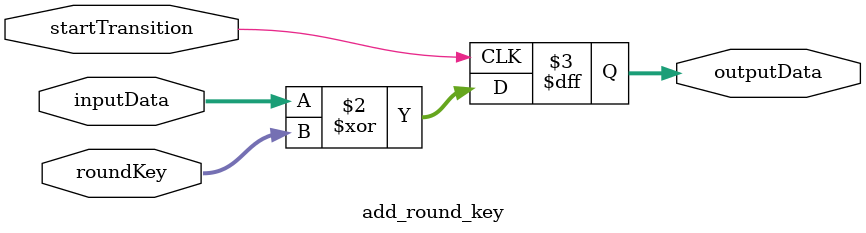
<source format=v>


module add_round_key(
	input  [127:0] inputData,
	input  [127:0] roundKey,
	input startTransition,
	output reg [127:0] outputData
);

always @(posedge startTransition) begin
	outputData = inputData ^ roundKey;
end

endmodule

</source>
